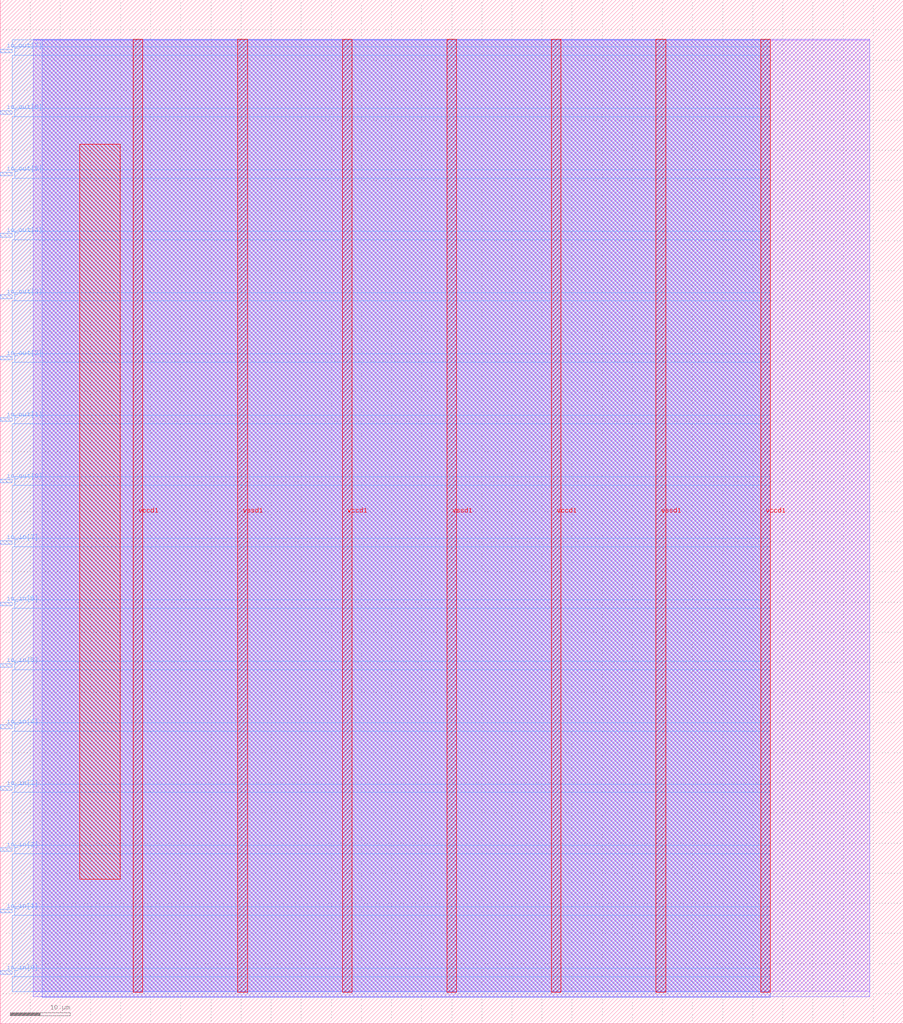
<source format=lef>
VERSION 5.7 ;
  NOWIREEXTENSIONATPIN ON ;
  DIVIDERCHAR "/" ;
  BUSBITCHARS "[]" ;
MACRO user_module_348242239268323922
  CLASS BLOCK ;
  FOREIGN user_module_348242239268323922 ;
  ORIGIN 0.000 0.000 ;
  SIZE 150.000 BY 170.000 ;
  PIN io_in[0]
    DIRECTION INPUT ;
    USE SIGNAL ;
    PORT
      LAYER met3 ;
        RECT 0.000 8.200 2.000 8.800 ;
    END
  END io_in[0]
  PIN io_in[1]
    DIRECTION INPUT ;
    USE SIGNAL ;
    PORT
      LAYER met3 ;
        RECT 0.000 18.400 2.000 19.000 ;
    END
  END io_in[1]
  PIN io_in[2]
    DIRECTION INPUT ;
    USE SIGNAL ;
    PORT
      LAYER met3 ;
        RECT 0.000 28.600 2.000 29.200 ;
    END
  END io_in[2]
  PIN io_in[3]
    DIRECTION INPUT ;
    USE SIGNAL ;
    PORT
      LAYER met3 ;
        RECT 0.000 38.800 2.000 39.400 ;
    END
  END io_in[3]
  PIN io_in[4]
    DIRECTION INPUT ;
    USE SIGNAL ;
    PORT
      LAYER met3 ;
        RECT 0.000 49.000 2.000 49.600 ;
    END
  END io_in[4]
  PIN io_in[5]
    DIRECTION INPUT ;
    USE SIGNAL ;
    PORT
      LAYER met3 ;
        RECT 0.000 59.200 2.000 59.800 ;
    END
  END io_in[5]
  PIN io_in[6]
    DIRECTION INPUT ;
    USE SIGNAL ;
    PORT
      LAYER met3 ;
        RECT 0.000 69.400 2.000 70.000 ;
    END
  END io_in[6]
  PIN io_in[7]
    DIRECTION INPUT ;
    USE SIGNAL ;
    PORT
      LAYER met3 ;
        RECT 0.000 79.600 2.000 80.200 ;
    END
  END io_in[7]
  PIN io_out[0]
    DIRECTION OUTPUT TRISTATE ;
    USE SIGNAL ;
    PORT
      LAYER met3 ;
        RECT 0.000 89.800 2.000 90.400 ;
    END
  END io_out[0]
  PIN io_out[1]
    DIRECTION OUTPUT TRISTATE ;
    USE SIGNAL ;
    PORT
      LAYER met3 ;
        RECT 0.000 100.000 2.000 100.600 ;
    END
  END io_out[1]
  PIN io_out[2]
    DIRECTION OUTPUT TRISTATE ;
    USE SIGNAL ;
    PORT
      LAYER met3 ;
        RECT 0.000 110.200 2.000 110.800 ;
    END
  END io_out[2]
  PIN io_out[3]
    DIRECTION OUTPUT TRISTATE ;
    USE SIGNAL ;
    PORT
      LAYER met3 ;
        RECT 0.000 120.400 2.000 121.000 ;
    END
  END io_out[3]
  PIN io_out[4]
    DIRECTION OUTPUT TRISTATE ;
    USE SIGNAL ;
    PORT
      LAYER met3 ;
        RECT 0.000 130.600 2.000 131.200 ;
    END
  END io_out[4]
  PIN io_out[5]
    DIRECTION OUTPUT TRISTATE ;
    USE SIGNAL ;
    PORT
      LAYER met3 ;
        RECT 0.000 140.800 2.000 141.400 ;
    END
  END io_out[5]
  PIN io_out[6]
    DIRECTION OUTPUT TRISTATE ;
    USE SIGNAL ;
    PORT
      LAYER met3 ;
        RECT 0.000 151.000 2.000 151.600 ;
    END
  END io_out[6]
  PIN io_out[7]
    DIRECTION OUTPUT TRISTATE ;
    USE SIGNAL ;
    PORT
      LAYER met3 ;
        RECT 0.000 161.200 2.000 161.800 ;
    END
  END io_out[7]
  PIN vccd1
    DIRECTION INOUT ;
    USE POWER ;
    PORT
      LAYER met4 ;
        RECT 22.090 5.200 23.690 163.440 ;
    END
    PORT
      LAYER met4 ;
        RECT 56.830 5.200 58.430 163.440 ;
    END
    PORT
      LAYER met4 ;
        RECT 91.570 5.200 93.170 163.440 ;
    END
    PORT
      LAYER met4 ;
        RECT 126.310 5.200 127.910 163.440 ;
    END
  END vccd1
  PIN vssd1
    DIRECTION INOUT ;
    USE GROUND ;
    PORT
      LAYER met4 ;
        RECT 39.460 5.200 41.060 163.440 ;
    END
    PORT
      LAYER met4 ;
        RECT 74.200 5.200 75.800 163.440 ;
    END
    PORT
      LAYER met4 ;
        RECT 108.940 5.200 110.540 163.440 ;
    END
  END vssd1
  OBS
      LAYER li1 ;
        RECT 5.520 5.355 144.440 163.285 ;
      LAYER met1 ;
        RECT 5.520 4.460 144.440 163.440 ;
      LAYER met2 ;
        RECT 7.000 4.430 127.880 163.385 ;
      LAYER met3 ;
        RECT 2.000 162.200 127.900 163.365 ;
        RECT 2.400 160.800 127.900 162.200 ;
        RECT 2.000 152.000 127.900 160.800 ;
        RECT 2.400 150.600 127.900 152.000 ;
        RECT 2.000 141.800 127.900 150.600 ;
        RECT 2.400 140.400 127.900 141.800 ;
        RECT 2.000 131.600 127.900 140.400 ;
        RECT 2.400 130.200 127.900 131.600 ;
        RECT 2.000 121.400 127.900 130.200 ;
        RECT 2.400 120.000 127.900 121.400 ;
        RECT 2.000 111.200 127.900 120.000 ;
        RECT 2.400 109.800 127.900 111.200 ;
        RECT 2.000 101.000 127.900 109.800 ;
        RECT 2.400 99.600 127.900 101.000 ;
        RECT 2.000 90.800 127.900 99.600 ;
        RECT 2.400 89.400 127.900 90.800 ;
        RECT 2.000 80.600 127.900 89.400 ;
        RECT 2.400 79.200 127.900 80.600 ;
        RECT 2.000 70.400 127.900 79.200 ;
        RECT 2.400 69.000 127.900 70.400 ;
        RECT 2.000 60.200 127.900 69.000 ;
        RECT 2.400 58.800 127.900 60.200 ;
        RECT 2.000 50.000 127.900 58.800 ;
        RECT 2.400 48.600 127.900 50.000 ;
        RECT 2.000 39.800 127.900 48.600 ;
        RECT 2.400 38.400 127.900 39.800 ;
        RECT 2.000 29.600 127.900 38.400 ;
        RECT 2.400 28.200 127.900 29.600 ;
        RECT 2.000 19.400 127.900 28.200 ;
        RECT 2.400 18.000 127.900 19.400 ;
        RECT 2.000 9.200 127.900 18.000 ;
        RECT 2.400 7.800 127.900 9.200 ;
        RECT 2.000 5.275 127.900 7.800 ;
      LAYER met4 ;
        RECT 13.175 23.975 19.945 146.025 ;
  END
END user_module_348242239268323922
END LIBRARY


</source>
